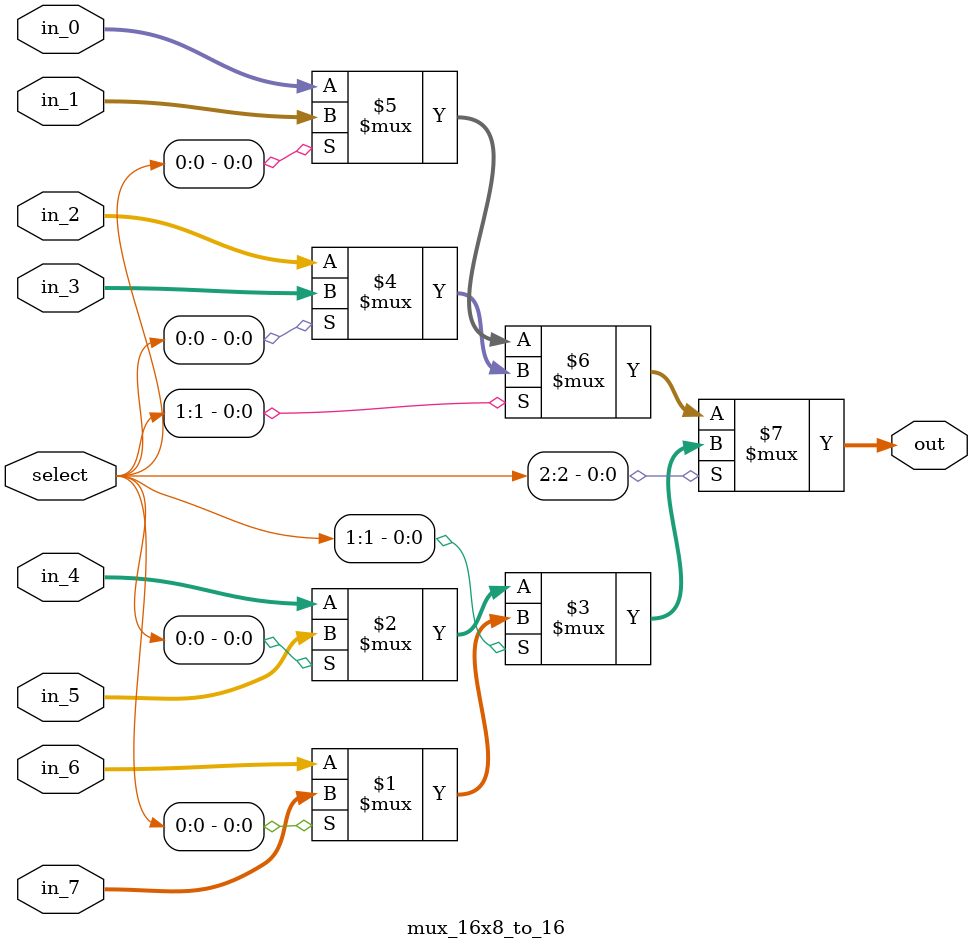
<source format=v>
`timescale 1ns / 1ps

module mux_16x8_to_16(
    input [2:0] select,
    input [15:0] in_0, in_1, in_2, in_3, in_4, in_5, in_6, in_7,
    output [15:0] out
    );
    
    assign out = select[2] ? (select[1] ? (select[0] ? in_7 : in_6) : (select[0] ? in_5 : in_4)) : (select[1] ? (select[0] ? in_3 : in_2) : (select[0] ? in_1 : in_0));
endmodule

</source>
